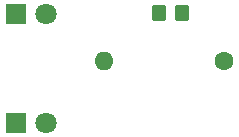
<source format=gbr>
%TF.GenerationSoftware,KiCad,Pcbnew,(6.0.1)*%
%TF.CreationDate,2022-01-29T14:42:53+08:00*%
%TF.ProjectId,practice,70726163-7469-4636-952e-6b696361645f,rev?*%
%TF.SameCoordinates,Original*%
%TF.FileFunction,Soldermask,Bot*%
%TF.FilePolarity,Negative*%
%FSLAX46Y46*%
G04 Gerber Fmt 4.6, Leading zero omitted, Abs format (unit mm)*
G04 Created by KiCad (PCBNEW (6.0.1)) date 2022-01-29 14:42:53*
%MOMM*%
%LPD*%
G01*
G04 APERTURE LIST*
G04 Aperture macros list*
%AMRoundRect*
0 Rectangle with rounded corners*
0 $1 Rounding radius*
0 $2 $3 $4 $5 $6 $7 $8 $9 X,Y pos of 4 corners*
0 Add a 4 corners polygon primitive as box body*
4,1,4,$2,$3,$4,$5,$6,$7,$8,$9,$2,$3,0*
0 Add four circle primitives for the rounded corners*
1,1,$1+$1,$2,$3*
1,1,$1+$1,$4,$5*
1,1,$1+$1,$6,$7*
1,1,$1+$1,$8,$9*
0 Add four rect primitives between the rounded corners*
20,1,$1+$1,$2,$3,$4,$5,0*
20,1,$1+$1,$4,$5,$6,$7,0*
20,1,$1+$1,$6,$7,$8,$9,0*
20,1,$1+$1,$8,$9,$2,$3,0*%
G04 Aperture macros list end*
%ADD10C,1.600000*%
%ADD11O,1.600000X1.600000*%
%ADD12R,1.800000X1.800000*%
%ADD13C,1.800000*%
%ADD14RoundRect,0.250000X0.350000X0.450000X-0.350000X0.450000X-0.350000X-0.450000X0.350000X-0.450000X0*%
G04 APERTURE END LIST*
D10*
%TO.C,R1*%
X160000000Y-78740000D03*
D11*
X149840000Y-78740000D03*
%TD*%
D12*
%TO.C,D2*%
X142410000Y-74730000D03*
D13*
X144950000Y-74730000D03*
%TD*%
D12*
%TO.C,D1*%
X142410000Y-83990000D03*
D13*
X144950000Y-83990000D03*
%TD*%
D14*
%TO.C,R2*%
X156448000Y-74676000D03*
X154448000Y-74676000D03*
%TD*%
M02*

</source>
